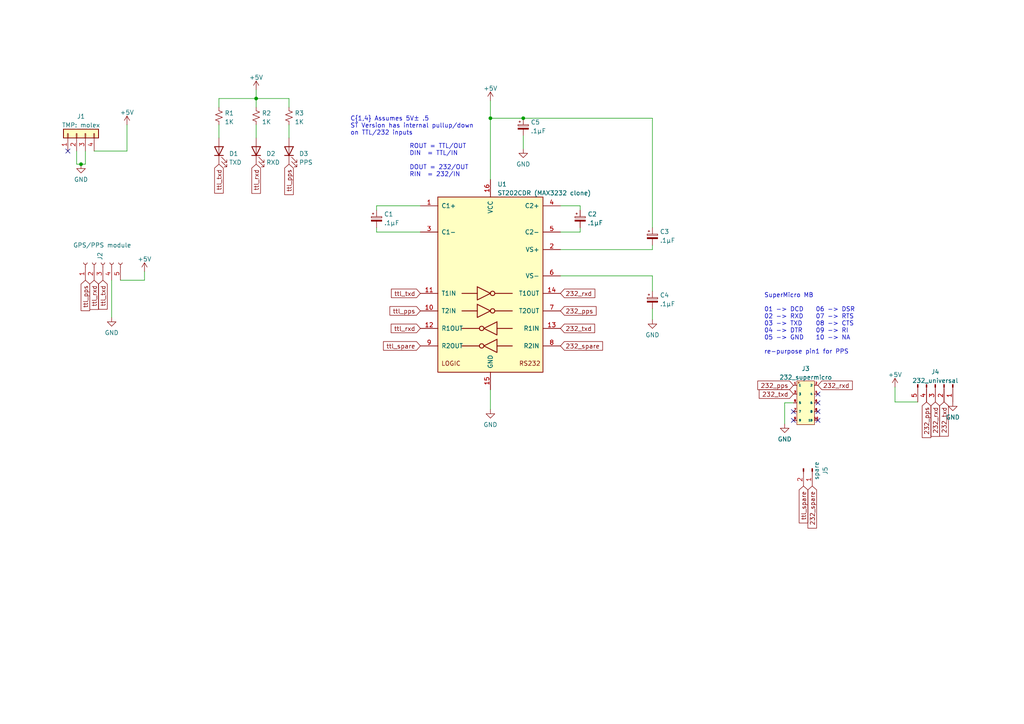
<source format=kicad_sch>
(kicad_sch (version 20211123) (generator eeschema)
  (paper "A4")
  (lib_symbols
    (symbol "Connector:Conn_01x02_Male" (pin_names (offset 1.016) hide)
      (property "Reference" "J" (at 0 2.54 0))
      (property "Value" "Conn_01x02_Male" (at 0 -5.08 0))
      (symbol "Conn_01x02_Male_1_1"
        (polyline (pts (xy 1.27 -2.54) (xy 0.8636 -2.54)) (stroke (width 0.1524)))
        (polyline (pts (xy 1.27 0) (xy 0.8636 0)) (stroke (width 0.1524)))
        (rectangle (start 0.8636 -2.413) (end 0 -2.667) (stroke (width 0.1524)) (fill (type outline)))
        (rectangle (start 0.8636 0.127) (end 0 -0.127) (stroke (width 0.1524)) (fill (type outline)))
        (pin passive line (at 5.08 0 180) (length 3.81) (name "Pin_1") (number "1"))
        (pin passive line (at 5.08 -2.54 180) (length 3.81) (name "Pin_2") (number "2"))
      )
    )
    (symbol "Connector:Conn_01x05_Female" (pin_names (offset 1.016) hide)
      (property "Reference" "J" (at 0 7.62 0))
      (property "Value" "Conn_01x05_Female" (at 0 -7.62 0))
      (symbol "Conn_01x05_Female_1_1"
        (arc (start 0 -4.572) (mid -0.508 -5.08) (end 0 -5.588) (stroke (width 0.1524)))
        (arc (start 0 -2.032) (mid -0.508 -2.54) (end 0 -3.048) (stroke (width 0.1524)))
        (polyline (pts (xy -1.27 -5.08) (xy -0.508 -5.08)) (stroke (width 0.1524)))
        (polyline (pts (xy -1.27 -2.54) (xy -0.508 -2.54)) (stroke (width 0.1524)))
        (polyline (pts (xy -1.27 0) (xy -0.508 0)) (stroke (width 0.1524)))
        (polyline (pts (xy -1.27 2.54) (xy -0.508 2.54)) (stroke (width 0.1524)))
        (polyline (pts (xy -1.27 5.08) (xy -0.508 5.08)) (stroke (width 0.1524)))
        (arc (start 0 0.508) (mid -0.508 0) (end 0 -0.508) (stroke (width 0.1524)))
        (arc (start 0 3.048) (mid -0.508 2.54) (end 0 2.032) (stroke (width 0.1524)))
        (arc (start 0 5.588) (mid -0.508 5.08) (end 0 4.572) (stroke (width 0.1524)))
        (pin passive line (at -5.08 5.08 0) (length 3.81) (name "Pin_1") (number "1"))
        (pin passive line (at -5.08 2.54 0) (length 3.81) (name "Pin_2") (number "2"))
        (pin passive line (at -5.08 0 0) (length 3.81) (name "Pin_3") (number "3"))
        (pin passive line (at -5.08 -2.54 0) (length 3.81) (name "Pin_4") (number "4"))
        (pin passive line (at -5.08 -5.08 0) (length 3.81) (name "Pin_5") (number "5"))
      )
    )
    (symbol "Connector:Conn_01x05_Male" (pin_names (offset 1.016) hide)
      (property "Reference" "J" (at 0 7.62 0))
      (property "Value" "Conn_01x05_Male" (at 0 -7.62 0))
      (symbol "Conn_01x05_Male_1_1"
        (polyline (pts (xy 1.27 -5.08) (xy 0.8636 -5.08)) (stroke (width 0.1524)))
        (polyline (pts (xy 1.27 -2.54) (xy 0.8636 -2.54)) (stroke (width 0.1524)))
        (polyline (pts (xy 1.27 0) (xy 0.8636 0)) (stroke (width 0.1524)))
        (polyline (pts (xy 1.27 2.54) (xy 0.8636 2.54)) (stroke (width 0.1524)))
        (polyline (pts (xy 1.27 5.08) (xy 0.8636 5.08)) (stroke (width 0.1524)))
        (rectangle (start 0.8636 -4.953) (end 0 -5.207) (stroke (width 0.1524)) (fill (type outline)))
        (rectangle (start 0.8636 -2.413) (end 0 -2.667) (stroke (width 0.1524)) (fill (type outline)))
        (rectangle (start 0.8636 0.127) (end 0 -0.127) (stroke (width 0.1524)) (fill (type outline)))
        (rectangle (start 0.8636 2.667) (end 0 2.413) (stroke (width 0.1524)) (fill (type outline)))
        (rectangle (start 0.8636 5.207) (end 0 4.953) (stroke (width 0.1524)) (fill (type outline)))
        (pin passive line (at 5.08 5.08 180) (length 3.81) (name "Pin_1") (number "1"))
        (pin passive line (at 5.08 2.54 180) (length 3.81) (name "Pin_2") (number "2"))
        (pin passive line (at 5.08 0 180) (length 3.81) (name "Pin_3") (number "3"))
        (pin passive line (at 5.08 -2.54 180) (length 3.81) (name "Pin_4") (number "4"))
        (pin passive line (at 5.08 -5.08 180) (length 3.81) (name "Pin_5") (number "5"))
      )
    )
    (symbol "Connector_Generic:Conn_01x04" (pin_names (offset 1.016) hide)
      (property "Reference" "J" (at 0 5.08 0))
      (property "Value" "Conn_01x04" (at 0 -7.62 0))
      (symbol "Conn_01x04_1_1"
        (rectangle (start -1.27 -4.953) (end 0 -5.207) (stroke (width 0.1524)))
        (rectangle (start -1.27 -2.413) (end 0 -2.667) (stroke (width 0.1524)))
        (rectangle (start -1.27 0.127) (end 0 -0.127) (stroke (width 0.1524)))
        (rectangle (start -1.27 2.667) (end 0 2.413) (stroke (width 0.1524)))
        (rectangle (start -1.27 3.81) (end 1.27 -6.35) (stroke (width 0.254)) (fill (type background)))
        (pin passive line (at -5.08 2.54 0) (length 3.81) (name "Pin_1") (number "1"))
        (pin passive line (at -5.08 0 0) (length 3.81) (name "Pin_2") (number "2"))
        (pin passive line (at -5.08 -2.54 0) (length 3.81) (name "Pin_3") (number "3"))
        (pin passive line (at -5.08 -5.08 0) (length 3.81) (name "Pin_4") (number "4"))
      )
    )
    (symbol "Device:C_Polarized_Small" (pin_numbers hide) (pin_names (offset 0.254) hide)
      (property "Reference" "C" (at 0.254 1.778 0))
      (property "Value" "C_Polarized_Small" (at 0.254 -2.032 0))
      (symbol "C_Polarized_Small_0_1"
        (rectangle (start -1.524 -0.3048) (end 1.524 -0.6858) (fill (type outline)))
        (rectangle (start -1.524 0.6858) (end 1.524 0.3048))
        (polyline (pts (xy -1.27 1.524) (xy -0.762 1.524)))
        (polyline (pts (xy -1.016 1.27) (xy -1.016 1.778)))
      )
      (symbol "C_Polarized_Small_1_1"
        (pin passive line (at 0 2.54 270) (length 1.8542) (name "~") (number "1"))
        (pin passive line (at 0 -2.54 90) (length 1.8542) (name "~") (number "2"))
      )
    )
    (symbol "Device:LED" (pin_numbers hide) (pin_names (offset 1.016) hide)
      (property "Reference" "D" (at 0 2.54 0))
      (property "Value" "LED" (at 0 -2.54 0))
      (symbol "LED_0_1"
        (polyline (pts (xy -1.27 -1.27) (xy -1.27 1.27)) (stroke (width 0.254)))
        (polyline (pts (xy -1.27 0) (xy 1.27 0)))
        (polyline (pts (xy 1.27 -1.27) (xy 1.27 1.27) (xy -1.27 0) (xy 1.27 -1.27)) (stroke (width 0.254)))
        (polyline (pts (xy -3.048 -0.762) (xy -4.572 -2.286) (xy -3.81 -2.286) (xy -4.572 -2.286) (xy -4.572 -1.524)))
        (polyline (pts (xy -1.778 -0.762) (xy -3.302 -2.286) (xy -2.54 -2.286) (xy -3.302 -2.286) (xy -3.302 -1.524)))
      )
      (symbol "LED_1_1"
        (pin passive line (at -3.81 0 0) (length 2.54) (name "K") (number "1"))
        (pin passive line (at 3.81 0 180) (length 2.54) (name "A") (number "2"))
      )
    )
    (symbol "Device:R_Small_US" (pin_numbers hide) (pin_names (offset 0.254) hide)
      (property "Reference" "R" (at 0.762 0.508 0))
      (property "Value" "R_Small_US" (at 0.762 -1.016 0))
      (symbol "R_Small_US_1_1"
        (polyline (pts (xy 0 0) (xy 1.016 -0.381) (xy 0 -0.762) (xy -1.016 -1.143) (xy 0 -1.524)))
        (polyline (pts (xy 0 1.524) (xy 1.016 1.143) (xy 0 0.762) (xy -1.016 0.381) (xy 0 0)))
        (pin passive line (at 0 2.54 270) (length 1.016) (name "~") (number "1"))
        (pin passive line (at 0 -2.54 90) (length 1.016) (name "~") (number "2"))
      )
    )
    (symbol "Interface_UART:MAX3232" (pin_names (offset 1.016))
      (property "Reference" "U" (at -2.54 28.575 0))
      (property "Value" "MAX3232" (at -2.54 26.67 0))
      (symbol "MAX3232_0_0"
        (text "LOGIC" (at -11.43 -22.86 0) (effects (font (size 1.27 1.27))))
        (text "RS232" (at 11.43 -22.86 0) (effects (font (size 1.27 1.27))))
      )
      (symbol "MAX3232_0_1"
        (rectangle (start -15.24 -25.4) (end 15.24 25.4) (stroke (width 0.254)) (fill (type background)))
        (circle (center -2.54 -17.78) (radius 0.635) (stroke (width 0.254)))
        (circle (center -2.54 -12.7) (radius 0.635) (stroke (width 0.254)))
        (polyline (pts (xy -3.81 -7.62) (xy -8.255 -7.62)) (stroke (width 0.254)))
        (polyline (pts (xy -3.81 -2.54) (xy -8.255 -2.54)) (stroke (width 0.254)))
        (polyline (pts (xy -3.175 -17.78) (xy -8.255 -17.78)) (stroke (width 0.254)))
        (polyline (pts (xy -3.175 -12.7) (xy -8.255 -12.7)) (stroke (width 0.254)))
        (polyline (pts (xy 1.27 -7.62) (xy 6.35 -7.62)) (stroke (width 0.254)))
        (polyline (pts (xy 1.27 -2.54) (xy 6.35 -2.54)) (stroke (width 0.254)))
        (polyline (pts (xy 1.905 -17.78) (xy 6.35 -17.78)) (stroke (width 0.254)))
        (polyline (pts (xy 1.905 -12.7) (xy 6.35 -12.7)) (stroke (width 0.254)))
        (polyline (pts (xy -3.81 -5.715) (xy -3.81 -9.525) (xy 0 -7.62) (xy -3.81 -5.715)) (stroke (width 0.254)))
        (polyline (pts (xy -3.81 -0.635) (xy -3.81 -4.445) (xy 0 -2.54) (xy -3.81 -0.635)) (stroke (width 0.254)))
        (polyline (pts (xy 1.905 -15.875) (xy 1.905 -19.685) (xy -1.905 -17.78) (xy 1.905 -15.875)) (stroke (width 0.254)))
        (polyline (pts (xy 1.905 -10.795) (xy 1.905 -14.605) (xy -1.905 -12.7) (xy 1.905 -10.795)) (stroke (width 0.254)))
        (circle (center 0.635 -7.62) (radius 0.635) (stroke (width 0.254)))
        (circle (center 0.635 -2.54) (radius 0.635) (stroke (width 0.254)))
      )
      (symbol "MAX3232_1_1"
        (pin passive line (at -20.32 22.86 0) (length 5.08) (name "C1+") (number "1"))
        (pin input line (at -20.32 -7.62 0) (length 5.08) (name "T2IN") (number "10"))
        (pin input line (at -20.32 -2.54 0) (length 5.08) (name "T1IN") (number "11"))
        (pin output line (at -20.32 -12.7 0) (length 5.08) (name "R1OUT") (number "12"))
        (pin input line (at 20.32 -12.7 180) (length 5.08) (name "R1IN") (number "13"))
        (pin output line (at 20.32 -2.54 180) (length 5.08) (name "T1OUT") (number "14"))
        (pin power_in line (at 0 -30.48 90) (length 5.08) (name "GND") (number "15"))
        (pin power_in line (at 0 30.48 270) (length 5.08) (name "VCC") (number "16"))
        (pin power_out line (at 20.32 10.16 180) (length 5.08) (name "VS+") (number "2"))
        (pin passive line (at -20.32 15.24 0) (length 5.08) (name "C1-") (number "3"))
        (pin passive line (at 20.32 22.86 180) (length 5.08) (name "C2+") (number "4"))
        (pin passive line (at 20.32 15.24 180) (length 5.08) (name "C2-") (number "5"))
        (pin power_out line (at 20.32 2.54 180) (length 5.08) (name "VS-") (number "6"))
        (pin output line (at 20.32 -7.62 180) (length 5.08) (name "T2OUT") (number "7"))
        (pin input line (at 20.32 -17.78 180) (length 5.08) (name "R2IN") (number "8"))
        (pin output line (at -20.32 -17.78 0) (length 5.08) (name "R2OUT") (number "9"))
      )
    )
    (symbol "LCSC.connectors:molex{colon}878311020"
      (property "Reference" "J" (at 0 5.08 0))
      (property "Value" "molex{colon}878311020" (at 0 2.54 0))
      (symbol "molex{colon}878311020_0_0"
        (rectangle (start -2.54 0) (end 2.54 -12.7) (fill (type background)))
        (circle (center -2.032 -0.508) (radius 0.15) (fill (type background)))
        (pin unspecified line (at -3.556 -1.27 0) (length 1) (name "1") (number "1"))
        (pin unspecified line (at 3.556 -11.43 180) (length 1) (name "10") (number "10"))
        (pin unspecified line (at 3.556 -1.27 180) (length 1) (name "2") (number "2"))
        (pin unspecified line (at -3.556 -3.81 0) (length 1) (name "3") (number "3"))
        (pin unspecified line (at 3.556 -3.81 180) (length 1) (name "4") (number "4"))
        (pin unspecified line (at -3.556 -6.35 0) (length 1) (name "5") (number "5"))
        (pin unspecified line (at 3.556 -6.35 180) (length 1) (name "6") (number "6"))
        (pin unspecified line (at -3.556 -8.89 0) (length 1) (name "7") (number "7"))
        (pin unspecified line (at 3.556 -8.89 180) (length 1) (name "8") (number "8"))
        (pin unspecified line (at -3.556 -11.43 0) (length 1) (name "9") (number "9"))
      )
    )
    (symbol "power:+5V" (power) (pin_names (offset 0))
      (property "Value" "+5V" (at 0 3.556 0))
      (symbol "+5V_0_1"
        (polyline (pts (xy -0.762 1.27) (xy 0 2.54)))
        (polyline (pts (xy 0 0) (xy 0 2.54)))
        (polyline (pts (xy 0 2.54) (xy 0.762 1.27)))
      )
      (symbol "+5V_1_1"
        (pin power_in line (at 0 0 90) (length 0) hide (name "+5V") (number "1"))
      )
    )
    (symbol "power:GND" (power) (pin_names (offset 0))
      (property "Value" "GND" (at 0 -3.81 0))
      (symbol "GND_0_1"
        (polyline (pts (xy 0 0) (xy 0 -1.27) (xy 1.27 -1.27) (xy 0 -2.54) (xy -1.27 -1.27) (xy 0 -1.27)))
      )
      (symbol "GND_1_1"
        (pin power_in line (at 0 0 270) (length 0) hide (name "GND") (number "1"))
      )
    )
  )
  (junction (at 74.295 28.575))
  (junction (at 151.765 34.29))
  (junction (at 23.495 47.625))
  (junction (at 142.24 34.29))
  (no_connect (at 237.236 116.84))
  (no_connect (at 237.236 114.3))
  (no_connect (at 237.236 119.38))
  (no_connect (at 237.236 121.92))
  (no_connect (at 230.124 119.38))
  (no_connect (at 230.124 121.92))
  (no_connect (at 19.685 43.815))
  (wire (pts (xy 109.22 59.69) (xy 109.22 60.96)))
  (wire (pts (xy 74.295 36.195) (xy 74.295 40.005)))
  (wire (pts (xy 32.385 81.28) (xy 32.385 92.075)))
  (wire (pts (xy 34.925 81.28) (xy 41.91 81.28)))
  (wire (pts (xy 83.82 28.575) (xy 74.295 28.575)))
  (wire (pts (xy 189.23 89.535) (xy 189.23 92.71)))
  (wire (pts (xy 162.56 59.69) (xy 168.275 59.69)))
  (wire (pts (xy 162.56 67.31) (xy 168.275 67.31)))
  (wire (pts (xy 168.275 66.04) (xy 168.275 67.31)))
  (wire (pts (xy 109.22 67.31) (xy 121.92 67.31)))
  (wire (pts (xy 83.82 31.115) (xy 83.82 28.575)))
  (wire (pts (xy 74.295 31.115) (xy 74.295 28.575)))
  (wire (pts (xy 168.275 59.69) (xy 168.275 60.96)))
  (wire (pts (xy 142.24 113.03) (xy 142.24 118.745)))
  (wire (pts (xy 63.5 28.575) (xy 74.295 28.575)))
  (wire (pts (xy 121.92 59.69) (xy 109.22 59.69)))
  (wire (pts (xy 22.225 47.625) (xy 23.495 47.625)))
  (wire (pts (xy 41.91 81.28) (xy 41.91 78.74)))
  (wire (pts (xy 22.225 43.815) (xy 22.225 47.625)))
  (wire (pts (xy 151.765 39.37) (xy 151.765 43.18)))
  (wire (pts (xy 109.22 66.04) (xy 109.22 67.31)))
  (wire (pts (xy 162.56 80.01) (xy 189.23 80.01)))
  (wire (pts (xy 142.24 29.21) (xy 142.24 34.29)))
  (wire (pts (xy 23.495 47.625) (xy 24.765 47.625)))
  (wire (pts (xy 189.23 71.12) (xy 189.23 72.39)))
  (wire (pts (xy 83.82 36.195) (xy 83.82 40.005)))
  (wire (pts (xy 151.765 34.29) (xy 189.23 34.29)))
  (wire (pts (xy 74.295 28.575) (xy 74.295 26.035)))
  (wire (pts (xy 63.5 31.115) (xy 63.5 28.575)))
  (wire (pts (xy 189.23 34.29) (xy 189.23 66.04)))
  (wire (pts (xy 230.124 116.84) (xy 227.584 116.84)))
  (wire (pts (xy 227.584 116.84) (xy 227.584 122.936)))
  (wire (pts (xy 36.83 43.815) (xy 27.305 43.815)))
  (wire (pts (xy 142.24 34.29) (xy 142.24 52.07)))
  (wire (pts (xy 259.588 112.268) (xy 259.588 116.586)))
  (wire (pts (xy 151.765 34.29) (xy 142.24 34.29)))
  (wire (pts (xy 162.56 72.39) (xy 189.23 72.39)))
  (wire (pts (xy 24.765 43.815) (xy 24.765 47.625)))
  (wire (pts (xy 36.83 36.195) (xy 36.83 43.815)))
  (wire (pts (xy 189.23 80.01) (xy 189.23 84.455)))
  (wire (pts (xy 259.588 116.586) (xy 266.192 116.586)))
  (wire (pts (xy 63.5 36.195) (xy 63.5 40.005)))
  (text "C{1,4} Assumes 5V± .5\nST Version has internal pullup/down\non TTL/232 inputs" (at 101.6 39.37 0) (effects (font (size 1.27 1.27)) (justify left bottom)))
  (text "ROUT = TTL/OUT\nDIN  = TTL/IN\n\nDOUT = 232/OUT\nRIN  = 232/IN" (at 118.745 51.435 0) (effects (font (size 1.27 1.27)) (justify left bottom)))
  (text "SuperMicro MB\n\n01 -> DCD	06 -> DSR\n02 -> RXD	07 -> RTS\n03 -> TXD	08 -> CTS\n04 -> DTR	09 -> RI\n05 -> GND	10 -> NA\n\nre-purpose pin1 for PPS" (at 221.615 102.87 0) (effects (font (size 1.27 1.27)) (justify left bottom)))
  (global_label "232_pps" (shape input) (at 162.56 90.17 0) (property "Intersheet References" "${INTERSHEET_REFS}" (effects hide)))
  (global_label "232_txd" (shape input) (at 230.124 114.3 180) (property "Intersheet References" "${INTERSHEET_REFS}" (effects hide)))
  (global_label "232_txd" (shape input) (at 273.812 116.586 270) (property "Intersheet References" "${INTERSHEET_REFS}" (effects hide)))
  (global_label "232_spare" (shape input) (at 235.585 140.97 270) (property "Intersheet References" "${INTERSHEET_REFS}" (effects hide)))
  (global_label "232_pps" (shape input) (at 230.124 111.76 180) (property "Intersheet References" "${INTERSHEET_REFS}" (effects hide)))
  (global_label "232_txd" (shape input) (at 162.56 95.25 0) (property "Intersheet References" "${INTERSHEET_REFS}" (effects hide)))
  (global_label "232_rxd" (shape input) (at 162.56 85.09 0) (property "Intersheet References" "${INTERSHEET_REFS}" (effects hide)))
  (global_label "232_pps" (shape input) (at 268.732 116.586 270) (property "Intersheet References" "${INTERSHEET_REFS}" (effects hide)))
  (global_label "ttl_txd" (shape input) (at 121.92 85.09 180) (property "Intersheet References" "${INTERSHEET_REFS}" (effects hide)))
  (global_label "ttl_pps" (shape input) (at 121.92 90.17 180) (property "Intersheet References" "${INTERSHEET_REFS}" (effects hide)))
  (global_label "ttl_rxd" (shape input) (at 27.305 81.28 270) (property "Intersheet References" "${INTERSHEET_REFS}" (effects hide)))
  (global_label "ttl_pps" (shape input) (at 24.765 81.28 270) (property "Intersheet References" "${INTERSHEET_REFS}" (effects hide)))
  (global_label "ttl_spare" (shape input) (at 233.045 140.97 270) (property "Intersheet References" "${INTERSHEET_REFS}" (effects hide)))
  (global_label "ttl_rxd" (shape input) (at 74.295 47.625 270) (property "Intersheet References" "${INTERSHEET_REFS}" (effects hide)))
  (global_label "232_spare" (shape input) (at 162.56 100.33 0) (property "Intersheet References" "${INTERSHEET_REFS}" (effects hide)))
  (global_label "ttl_pps" (shape input) (at 83.82 47.625 270) (property "Intersheet References" "${INTERSHEET_REFS}" (effects hide)))
  (global_label "ttl_txd" (shape input) (at 29.845 81.28 270) (property "Intersheet References" "${INTERSHEET_REFS}" (effects hide)))
  (global_label "232_rxd" (shape input) (at 237.236 111.76 0) (property "Intersheet References" "${INTERSHEET_REFS}" (effects hide)))
  (global_label "232_rxd" (shape input) (at 271.272 116.586 270) (property "Intersheet References" "${INTERSHEET_REFS}" (effects hide)))
  (global_label "ttl_txd" (shape input) (at 63.5 47.625 270) (property "Intersheet References" "${INTERSHEET_REFS}" (effects hide)))
  (global_label "ttl_rxd" (shape input) (at 121.92 95.25 180) (property "Intersheet References" "${INTERSHEET_REFS}" (effects hide)))
  (global_label "ttl_spare" (shape input) (at 121.92 100.33 180) (property "Intersheet References" "${INTERSHEET_REFS}" (effects hide)))
  (symbol (lib_id "Device:LED") (at 83.82 43.815 90) (unit 1)
    (property "Reference" "D3" (at 86.741 44.5678 90) (effects (justify right)))
    (property "Value" "PPS" (at 86.741 47.1047 90) (effects (justify right)))
    (property "Footprint" "LED_SMD:LED_0805_2012Metric_Pad1.15x1.40mm_HandSolder" (effects hide))
    (property "LCSC_PN" "C84256" (effects hide))
  )
  (symbol (lib_id "LCSC.connectors:molex{colon}878311020") (at 233.68 110.49 0) (unit 1)
    (property "Reference" "J3" (at 233.68 106.9172 0))
    (property "Value" "232_supermicro" (at 233.68 109.4541 0))
    (property "Footprint" "LCSC.connectors:878311020" (effects hide))
    (property "Datasheet" "https://datasheet.lcsc.com/lcsc/2008191736_MOLEX-878311020_C588620.pdf" (effects hide))
    (property "LCSC_PN" "C588620" (effects hide))
  )
  (symbol (lib_id "Connector:Conn_01x05_Female") (at 29.845 76.2 90) (unit 1)
    (property "Reference" "J2" (at 29.0103 75.4888 0) (effects (justify left)))
    (property "Value" "GPS/PPS module" (at 38.1 71.12 90) (effects (justify left)))
    (property "Footprint" "Connector_PinSocket_2.54mm:PinSocket_1x05_P2.54mm_Horizontal" (effects hide))
    (property "LCSC_PN" "C2935995" (effects hide))
  )
  (symbol (lib_id "Device:C_Polarized_Small") (at 189.23 86.995 0) (unit 1)
    (property "Reference" "C4" (at 191.389 85.6142 0) (effects (justify left)))
    (property "Value" ".1μF" (at 191.389 88.1511 0) (effects (justify left)))
    (property "Footprint" "Capacitor_SMD:C_0805_2012Metric_Pad1.18x1.45mm_HandSolder" (effects hide))
    (property "LCSC_PN" "C28233" (effects hide))
  )
  (symbol (lib_id "power:GND") (at 227.584 122.936 0) (unit 1)
    (property "Reference" "#PWR010" (effects hide))
    (property "Value" "GND" (at 227.584 127.3794 0))
  )
  (symbol (lib_id "Device:R_Small_US") (at 74.295 33.655 0) (unit 1)
    (property "Reference" "R2" (at 75.946 32.8203 0) (effects (justify left)))
    (property "Value" "1K" (at 75.946 35.3572 0) (effects (justify left)))
    (property "Footprint" "Resistor_SMD:R_0805_2012Metric_Pad1.20x1.40mm_HandSolder" (effects hide))
    (property "LCSC_PN" "C17513" (effects hide))
  )
  (symbol (lib_id "power:+5V") (at 142.24 29.21 0) (unit 1)
    (property "Reference" "#PWR06" (effects hide))
    (property "Value" "+5V" (at 142.24 25.6342 0))
  )
  (symbol (lib_id "Connector_Generic:Conn_01x04") (at 22.225 38.735 90) (unit 1)
    (property "Reference" "J1" (at 23.495 33.7652 90))
    (property "Value" "TMP: molex" (at 23.495 36.3021 90))
    (property "Footprint" "Misc_connectors:AMP 1-480426-0 (4 pin atx molex)" (effects hide))
  )
  (symbol (lib_id "power:+5V") (at 41.91 78.74 0) (unit 1)
    (property "Reference" "#PWR01" (effects hide))
    (property "Value" "+5V" (at 41.91 75.1642 0))
  )
  (symbol (lib_id "power:+5V") (at 259.588 112.268 0) (unit 1)
    (property "Reference" "#PWR0102" (effects hide))
    (property "Value" "+5V" (at 259.588 108.6922 0))
  )
  (symbol (lib_id "Connector:Conn_01x05_Male") (at 271.272 111.506 270) (unit 1)
    (property "Reference" "J4" (at 271.272 107.857 90))
    (property "Value" "232_universal" (at 271.272 110.3939 90))
    (property "Footprint" "Connector_PinHeader_2.54mm:PinHeader_1x05_P2.54mm_Vertical" (effects hide))
  )
  (symbol (lib_id "Device:LED") (at 74.295 43.815 90) (unit 1)
    (property "Reference" "D2" (at 77.216 44.5678 90) (effects (justify right)))
    (property "Value" "RXD" (at 77.216 47.1047 90) (effects (justify right)))
    (property "Footprint" "LED_SMD:LED_0805_2012Metric_Pad1.15x1.40mm_HandSolder" (effects hide))
    (property "LCSC_PN" "C84256" (effects hide))
  )
  (symbol (lib_id "Device:R_Small_US") (at 63.5 33.655 0) (unit 1)
    (property "Reference" "R1" (at 65.151 32.8203 0) (effects (justify left)))
    (property "Value" "1K" (at 65.151 35.3572 0) (effects (justify left)))
    (property "Footprint" "Resistor_SMD:R_0805_2012Metric_Pad1.20x1.40mm_HandSolder" (effects hide))
    (property "LCSC_PN" "C17513" (effects hide))
  )
  (symbol (lib_id "Device:LED") (at 63.5 43.815 90) (unit 1)
    (property "Reference" "D1" (at 66.421 44.5678 90) (effects (justify right)))
    (property "Value" "TXD" (at 66.421 47.1047 90) (effects (justify right)))
    (property "Footprint" "LED_SMD:LED_0805_2012Metric_Pad1.15x1.40mm_HandSolder" (effects hide))
    (property "LCSC_PN" "C84256" (effects hide))
  )
  (symbol (lib_id "power:GND") (at 189.23 92.71 0) (unit 1)
    (property "Reference" "#PWR09" (effects hide))
    (property "Value" "GND" (at 189.23 97.1534 0))
  )
  (symbol (lib_id "Connector:Conn_01x02_Male") (at 235.585 135.89 270) (unit 1)
    (property "Reference" "J5" (at 239.361 136.525 0))
    (property "Value" "spare" (at 236.8241 136.525 0))
    (property "Footprint" "Connector_PinHeader_2.54mm:PinHeader_1x02_P2.54mm_Vertical" (effects hide))
  )
  (symbol (lib_id "Device:C_Polarized_Small") (at 168.275 63.5 0) (unit 1)
    (property "Reference" "C2" (at 170.434 62.1192 0) (effects (justify left)))
    (property "Value" ".1μF" (at 170.434 64.6561 0) (effects (justify left)))
    (property "Footprint" "Capacitor_SMD:C_0805_2012Metric_Pad1.18x1.45mm_HandSolder" (effects hide))
    (property "LCSC_PN" "C28233" (effects hide))
  )
  (symbol (lib_id "power:+5V") (at 74.295 26.035 0) (unit 1)
    (property "Reference" "#PWR05" (effects hide))
    (property "Value" "+5V" (at 74.295 22.4592 0))
  )
  (symbol (lib_id "Interface_UART:MAX3232") (at 142.24 82.55 0) (unit 1)
    (property "Reference" "U1" (at 144.2594 53.4502 0) (effects (justify left)))
    (property "Value" "ST202CDR (MAX3232 clone)" (at 144.2594 55.9871 0) (effects (justify left)))
    (property "Footprint" "Package_SO:SOIC-16_3.9x9.9mm_P1.27mm" (effects hide))
    (property "Datasheet" "https://datasheet.lcsc.com/lcsc/1809301414_STMicroelectronics-ST202CDR_C6867.pdf" (effects hide))
    (property "LCSC_PN" "C6867" (effects hide))
  )
  (symbol (lib_id "power:GND") (at 276.352 116.586 0) (unit 1)
    (property "Reference" "#PWR0101" (effects hide))
    (property "Value" "GND" (at 276.352 121.0294 0))
  )
  (symbol (lib_id "power:GND") (at 151.765 43.18 0) (unit 1)
    (property "Reference" "#PWR08" (effects hide))
    (property "Value" "GND" (at 151.765 47.6234 0))
  )
  (symbol (lib_id "Device:R_Small_US") (at 83.82 33.655 0) (unit 1)
    (property "Reference" "R3" (at 85.471 32.8203 0) (effects (justify left)))
    (property "Value" "1K" (at 85.471 35.3572 0) (effects (justify left)))
    (property "Footprint" "Resistor_SMD:R_0805_2012Metric_Pad1.20x1.40mm_HandSolder" (effects hide))
    (property "LCSC_PN" "C17513" (effects hide))
  )
  (symbol (lib_id "Device:C_Polarized_Small") (at 109.22 63.5 0) (unit 1)
    (property "Reference" "C1" (at 111.379 62.1192 0) (effects (justify left)))
    (property "Value" ".1μF" (at 111.379 64.6561 0) (effects (justify left)))
    (property "Footprint" "Capacitor_SMD:C_0805_2012Metric_Pad1.18x1.45mm_HandSolder" (effects hide))
    (property "LCSC_PN" "C28233" (effects hide))
  )
  (symbol (lib_id "Device:C_Polarized_Small") (at 189.23 68.58 0) (unit 1)
    (property "Reference" "C3" (at 191.389 67.1992 0) (effects (justify left)))
    (property "Value" ".1μF" (at 191.389 69.7361 0) (effects (justify left)))
    (property "Footprint" "Capacitor_SMD:C_0805_2012Metric_Pad1.18x1.45mm_HandSolder" (effects hide))
    (property "LCSC_PN" "C28233" (effects hide))
  )
  (symbol (lib_id "power:GND") (at 23.495 47.625 0) (unit 1)
    (property "Reference" "#PWR02" (effects hide))
    (property "Value" "GND" (at 23.495 52.0684 0))
  )
  (symbol (lib_id "power:GND") (at 142.24 118.745 0) (unit 1)
    (property "Reference" "#PWR07" (effects hide))
    (property "Value" "GND" (at 142.24 123.1884 0))
  )
  (symbol (lib_id "power:+5V") (at 36.83 36.195 0) (unit 1)
    (property "Reference" "#PWR04" (effects hide))
    (property "Value" "+5V" (at 36.83 32.6192 0))
  )
  (symbol (lib_id "Device:C_Polarized_Small") (at 151.765 36.83 0) (unit 1)
    (property "Reference" "C5" (at 153.924 35.4492 0) (effects (justify left)))
    (property "Value" ".1μF" (at 153.924 37.9861 0) (effects (justify left)))
    (property "Footprint" "Capacitor_SMD:C_0805_2012Metric_Pad1.18x1.45mm_HandSolder" (effects hide))
    (property "LCSC_PN" "C28233" (effects hide))
  )
  (symbol (lib_id "power:GND") (at 32.385 92.075 0) (unit 1)
    (property "Reference" "#PWR03" (effects hide))
    (property "Value" "GND" (at 32.385 96.5184 0))
  )
)
</source>
